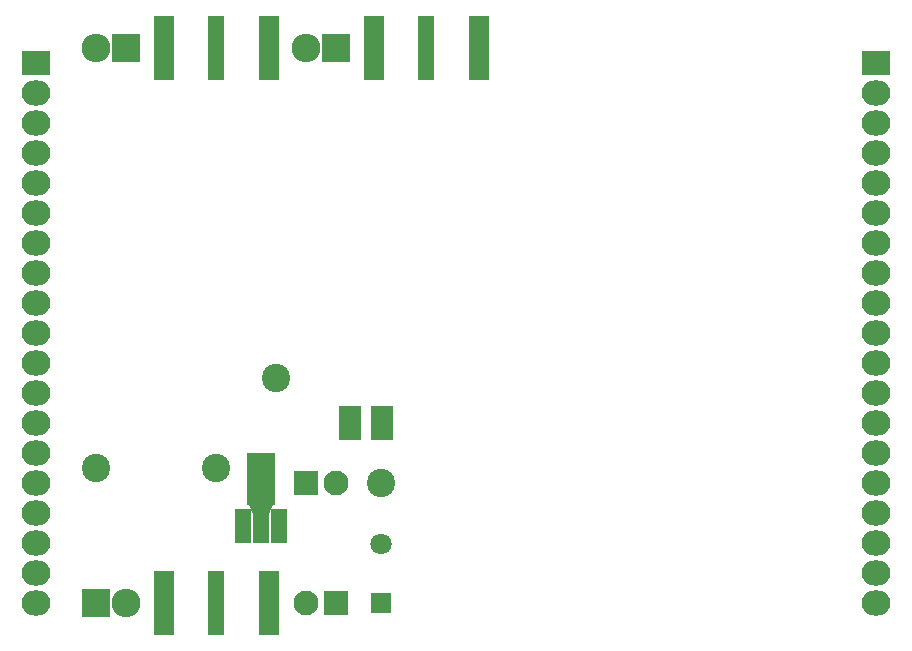
<source format=gbr>
G04 #@! TF.FileFunction,Soldermask,Top*
%FSLAX46Y46*%
G04 Gerber Fmt 4.6, Leading zero omitted, Abs format (unit mm)*
G04 Created by KiCad (PCBNEW 4.0.3+e1-6302~38~ubuntu16.04.1-stable) date Thu Aug 25 17:22:32 2016*
%MOMM*%
%LPD*%
G01*
G04 APERTURE LIST*
%ADD10C,0.100000*%
%ADD11R,1.960000X1.050000*%
%ADD12R,1.800000X1.800000*%
%ADD13C,1.800000*%
%ADD14C,2.099260*%
%ADD15R,2.099260X2.099260*%
%ADD16R,2.432000X2.432000*%
%ADD17O,2.432000X2.432000*%
%ADD18C,2.398980*%
%ADD19R,1.400760X2.901900*%
%ADD20R,2.398980X4.400500*%
%ADD21C,2.400000*%
%ADD22R,1.670000X5.480000*%
%ADD23R,1.416000X5.480000*%
%ADD24R,2.432000X2.127200*%
%ADD25O,2.432000X2.127200*%
G04 APERTURE END LIST*
D10*
D11*
X100250000Y-108270000D03*
X100250000Y-109220000D03*
X100250000Y-110170000D03*
X102950000Y-110170000D03*
X102950000Y-108270000D03*
X102950000Y-109220000D03*
D12*
X102870000Y-124460000D03*
D13*
X102870000Y-119460000D03*
D14*
X96522540Y-124460520D03*
D15*
X96522540Y-114300520D03*
D14*
X99057460Y-114299480D03*
D15*
X99057460Y-124459480D03*
D16*
X78740000Y-124460000D03*
D17*
X81280000Y-124460000D03*
D16*
X81280000Y-77470000D03*
D17*
X78740000Y-77470000D03*
D16*
X99060000Y-77470000D03*
D17*
X96520000Y-77470000D03*
D18*
X78740000Y-113030000D03*
X88900000Y-113030000D03*
D19*
X91208860Y-117922040D03*
X92710000Y-117922040D03*
X94211140Y-117922040D03*
D20*
X92710000Y-113969800D03*
D10*
G36*
X93910760Y-115744650D02*
X93410380Y-116893950D01*
X92009620Y-116893950D01*
X91509240Y-115744650D01*
X93910760Y-115744650D01*
X93910760Y-115744650D01*
G37*
D21*
X102870000Y-114300000D03*
X93980000Y-105410000D03*
D22*
X111125000Y-77470000D03*
X102235000Y-77470000D03*
D23*
X106680000Y-77470000D03*
D22*
X93345000Y-77470000D03*
X84455000Y-77470000D03*
D23*
X88900000Y-77470000D03*
D22*
X84455000Y-124460000D03*
X93345000Y-124460000D03*
D23*
X88900000Y-124460000D03*
D24*
X73660000Y-78740000D03*
D25*
X73660000Y-81280000D03*
X73660000Y-83820000D03*
X73660000Y-86360000D03*
X73660000Y-88900000D03*
X73660000Y-91440000D03*
X73660000Y-93980000D03*
X73660000Y-96520000D03*
X73660000Y-99060000D03*
X73660000Y-101600000D03*
X73660000Y-104140000D03*
X73660000Y-106680000D03*
X73660000Y-109220000D03*
X73660000Y-111760000D03*
X73660000Y-114300000D03*
X73660000Y-116840000D03*
X73660000Y-119380000D03*
X73660000Y-121920000D03*
X73660000Y-124460000D03*
D24*
X144780000Y-78740000D03*
D25*
X144780000Y-81280000D03*
X144780000Y-83820000D03*
X144780000Y-86360000D03*
X144780000Y-88900000D03*
X144780000Y-91440000D03*
X144780000Y-93980000D03*
X144780000Y-96520000D03*
X144780000Y-99060000D03*
X144780000Y-101600000D03*
X144780000Y-104140000D03*
X144780000Y-106680000D03*
X144780000Y-109220000D03*
X144780000Y-111760000D03*
X144780000Y-114300000D03*
X144780000Y-116840000D03*
X144780000Y-119380000D03*
X144780000Y-121920000D03*
X144780000Y-124460000D03*
M02*

</source>
